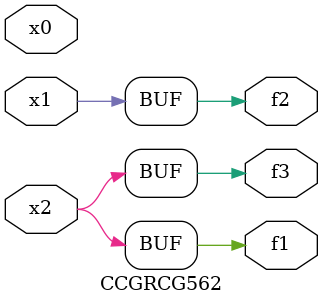
<source format=v>
module CCGRCG562(
	input x0, x1, x2,
	output f1, f2, f3
);
	assign f1 = x2;
	assign f2 = x1;
	assign f3 = x2;
endmodule

</source>
